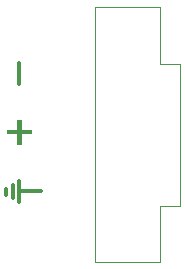
<source format=gto>
G04*
G04 #@! TF.GenerationSoftware,Altium Limited,Altium Designer,20.1.8 (145)*
G04*
G04 Layer_Color=16777215*
%FSTAX43Y43*%
%MOMM*%
G71*
G04*
G04 #@! TF.SameCoordinates,50862E5C-5C1C-4336-863E-61652BE41A98*
G04*
G04*
G04 #@! TF.FilePolarity,Positive*
G04*
G01*
G75*
%ADD10C,0.350*%
%ADD11C,0.100*%
G36*
X0089213Y0075183D02*
X0090083D01*
Y0074813D01*
X0089213D01*
Y0073943D01*
X0088848D01*
Y0074813D01*
X0087968D01*
Y0075183D01*
X0088848D01*
Y0076053D01*
X0089213D01*
Y0075183D01*
D02*
G37*
D10*
X0089025Y0069978D02*
X0090825D01*
X0088975Y0069078D02*
Y0070878D01*
X008845Y0069403D02*
Y0070528D01*
X0087925Y0069703D02*
Y0070153D01*
X0089025Y0079078D02*
Y0080878D01*
D11*
X00954Y008562D02*
X01009D01*
Y008076D02*
X01026D01*
X01009D02*
Y008562D01*
X01026Y006874D02*
Y008076D01*
X00954Y0064D02*
X01004D01*
X01009Y006874D02*
X01026D01*
X00954Y0064D02*
Y006907D01*
X01004Y0064D02*
X01009D01*
Y006874D01*
X00954Y006907D02*
Y008562D01*
M02*

</source>
